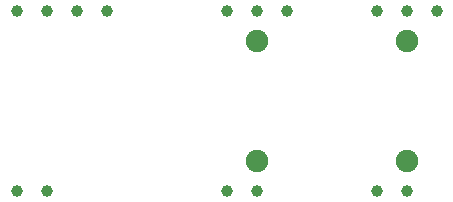
<source format=gbl>
G04 MADE WITH FRITZING*
G04 WWW.FRITZING.ORG*
G04 DOUBLE SIDED*
G04 HOLES PLATED*
G04 CONTOUR ON CENTER OF CONTOUR VECTOR*
%ASAXBY*%
%FSLAX23Y23*%
%MOIN*%
%OFA0B0*%
%SFA1.0B1.0*%
%ADD10C,0.039370*%
%ADD11C,0.075000*%
%LNCOPPER0*%
G90*
G70*
G54D10*
X1454Y172D03*
X954Y172D03*
X1554Y772D03*
X1055Y773D03*
X954Y772D03*
X1454Y772D03*
X854Y772D03*
X1354Y772D03*
X1354Y172D03*
X854Y172D03*
X1454Y672D03*
X954Y672D03*
X954Y272D03*
X1454Y272D03*
G54D11*
X1454Y672D03*
X1454Y272D03*
X954Y672D03*
X954Y272D03*
G54D10*
X154Y172D03*
X254Y172D03*
X154Y772D03*
X254Y772D03*
X354Y772D03*
X454Y772D03*
G04 End of Copper0*
M02*
</source>
